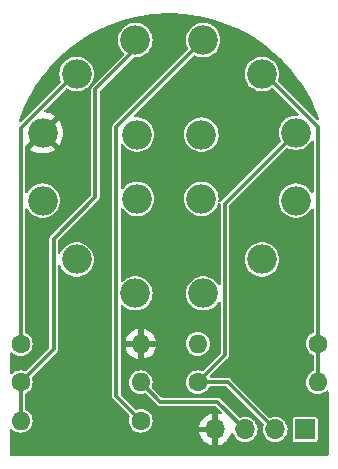
<source format=gtl>
G04 #@! TF.GenerationSoftware,KiCad,Pcbnew,7.0.7-7.0.7~ubuntu22.04.1*
G04 #@! TF.CreationDate,2023-12-10T22:01:07+01:00*
G04 #@! TF.ProjectId,CD40106_VCO,43443430-3130-4365-9f56-434f2e6b6963,rev?*
G04 #@! TF.SameCoordinates,Original*
G04 #@! TF.FileFunction,Copper,L1,Top*
G04 #@! TF.FilePolarity,Positive*
%FSLAX46Y46*%
G04 Gerber Fmt 4.6, Leading zero omitted, Abs format (unit mm)*
G04 Created by KiCad (PCBNEW 7.0.7-7.0.7~ubuntu22.04.1) date 2023-12-10 22:01:07*
%MOMM*%
%LPD*%
G01*
G04 APERTURE LIST*
G04 #@! TA.AperFunction,ComponentPad*
%ADD10C,1.600000*%
G04 #@! TD*
G04 #@! TA.AperFunction,ComponentPad*
%ADD11O,1.600000X1.600000*%
G04 #@! TD*
G04 #@! TA.AperFunction,ComponentPad*
%ADD12O,2.500000X2.500000*%
G04 #@! TD*
G04 #@! TA.AperFunction,ComponentPad*
%ADD13R,1.700000X1.700000*%
G04 #@! TD*
G04 #@! TA.AperFunction,ComponentPad*
%ADD14O,1.700000X1.700000*%
G04 #@! TD*
G04 #@! TA.AperFunction,Conductor*
%ADD15C,0.300000*%
G04 #@! TD*
G04 APERTURE END LIST*
D10*
X104920000Y-105850000D03*
D11*
X115080000Y-105850000D03*
D10*
X130080000Y-102600000D03*
D11*
X119920000Y-102600000D03*
D10*
X119920000Y-105850000D03*
D11*
X130080000Y-105850000D03*
D10*
X115080000Y-109100000D03*
D11*
X104920000Y-109100000D03*
D12*
X106778224Y-84727109D03*
X109651115Y-79751115D03*
X114627109Y-76878224D03*
X120372891Y-76878224D03*
X125348885Y-79751115D03*
X128221776Y-84727109D03*
X128221776Y-90472891D03*
X125348885Y-95448885D03*
X120372891Y-98321776D03*
X114627109Y-98321776D03*
X109651115Y-95448885D03*
X106778224Y-90472891D03*
X114777639Y-84877639D03*
X120222361Y-84877639D03*
X120222361Y-90322361D03*
X114777639Y-90322361D03*
D10*
X104920000Y-102600000D03*
D11*
X115080000Y-102600000D03*
D13*
X129000000Y-109850000D03*
D14*
X126460000Y-109850000D03*
X123920000Y-109850000D03*
X121380000Y-109850000D03*
D15*
X123920000Y-109850000D02*
X121570000Y-107500000D01*
X116730000Y-107500000D02*
X115080000Y-105850000D01*
X109491476Y-79751115D02*
X109651115Y-79751115D01*
X104920000Y-102600000D02*
X104920000Y-84322591D01*
X121570000Y-107500000D02*
X116730000Y-107500000D01*
X104920000Y-84322591D02*
X109491476Y-79751115D01*
X104920000Y-105850000D02*
X104920000Y-109100000D01*
X111251115Y-90148885D02*
X111251115Y-81048885D01*
X114627109Y-77672891D02*
X114627109Y-76878224D01*
X111251115Y-81048885D02*
X114627109Y-77672891D01*
X107700000Y-103070000D02*
X107700000Y-93700000D01*
X104920000Y-105850000D02*
X107700000Y-103070000D01*
X107700000Y-93700000D02*
X111251115Y-90148885D01*
X120372891Y-76878224D02*
X113027109Y-84224006D01*
X113027109Y-84224006D02*
X113027109Y-107047109D01*
X113027109Y-107047109D02*
X115080000Y-109100000D01*
X125601115Y-79751115D02*
X125348885Y-79751115D01*
X130080000Y-84230000D02*
X125601115Y-79751115D01*
X130080000Y-102600000D02*
X130080000Y-84230000D01*
X130080000Y-105850000D02*
X130080000Y-102600000D01*
X122200000Y-103570000D02*
X119920000Y-105850000D01*
X126460000Y-109850000D02*
X122460000Y-105850000D01*
X122200000Y-90748885D02*
X122200000Y-103570000D01*
X122460000Y-105850000D02*
X119920000Y-105850000D01*
X128221776Y-84727109D02*
X122200000Y-90748885D01*
G04 #@! TA.AperFunction,Conductor*
G36*
X117861013Y-74605371D02*
G01*
X118575426Y-74643448D01*
X118578696Y-74643709D01*
X118934400Y-74681734D01*
X119290099Y-74719758D01*
X119293344Y-74720192D01*
X119999704Y-74833998D01*
X120002901Y-74834601D01*
X120702211Y-74985840D01*
X120705334Y-74986602D01*
X121395613Y-75174849D01*
X121398750Y-75175794D01*
X122078000Y-75400502D01*
X122081084Y-75401615D01*
X122747409Y-75662153D01*
X122750426Y-75663427D01*
X123401930Y-75959055D01*
X123404888Y-75960494D01*
X124039737Y-76290379D01*
X124042619Y-76291975D01*
X124659007Y-76655178D01*
X124661793Y-76656922D01*
X125257974Y-77052414D01*
X125260660Y-77054300D01*
X125834968Y-77480976D01*
X125837544Y-77483000D01*
X126388316Y-77939628D01*
X126390765Y-77941770D01*
X126906887Y-78418231D01*
X126916466Y-78427074D01*
X126918828Y-78429374D01*
X127163145Y-78680284D01*
X127417933Y-78941947D01*
X127420163Y-78944363D01*
X127712560Y-79278525D01*
X127891289Y-79482783D01*
X127893385Y-79485310D01*
X128335204Y-80048063D01*
X128337145Y-80050676D01*
X128748378Y-80636136D01*
X128750203Y-80638887D01*
X128909086Y-80892817D01*
X129129681Y-81245379D01*
X129131346Y-81248205D01*
X129478008Y-81874037D01*
X129479530Y-81876966D01*
X129639483Y-82205903D01*
X129792400Y-82520374D01*
X129793756Y-82523363D01*
X130071930Y-83182491D01*
X130073132Y-83185566D01*
X130190341Y-83510583D01*
X130194566Y-83580325D01*
X130160415Y-83641280D01*
X130098731Y-83674095D01*
X130029098Y-83668352D01*
X129986013Y-83640330D01*
X126737804Y-80392122D01*
X126704319Y-80330799D01*
X126709303Y-80261107D01*
X126711913Y-80254667D01*
X126725495Y-80223706D01*
X126784505Y-79990678D01*
X126804356Y-79751115D01*
X126784505Y-79511552D01*
X126725495Y-79278524D01*
X126628934Y-79058387D01*
X126497456Y-78857146D01*
X126334649Y-78680290D01*
X126334644Y-78680286D01*
X126334642Y-78680284D01*
X126144960Y-78532648D01*
X126144954Y-78532644D01*
X125933542Y-78418233D01*
X125933537Y-78418231D01*
X125706185Y-78340181D01*
X125528353Y-78310506D01*
X125469077Y-78300615D01*
X125228693Y-78300615D01*
X125181272Y-78308528D01*
X124991584Y-78340181D01*
X124764232Y-78418231D01*
X124764227Y-78418233D01*
X124552815Y-78532644D01*
X124552809Y-78532648D01*
X124363127Y-78680284D01*
X124363124Y-78680287D01*
X124200315Y-78857144D01*
X124200312Y-78857148D01*
X124068836Y-79058385D01*
X123972274Y-79278525D01*
X123913264Y-79511555D01*
X123893414Y-79751109D01*
X123893414Y-79751120D01*
X123913264Y-79990674D01*
X123972274Y-80223704D01*
X124068836Y-80443844D01*
X124192269Y-80632771D01*
X124200314Y-80645084D01*
X124363121Y-80821940D01*
X124363124Y-80821942D01*
X124363127Y-80821945D01*
X124552809Y-80969581D01*
X124552815Y-80969585D01*
X124552818Y-80969587D01*
X124726284Y-81063462D01*
X124764221Y-81083993D01*
X124764229Y-81083997D01*
X124764232Y-81083998D01*
X124991584Y-81162048D01*
X124991586Y-81162048D01*
X124991588Y-81162049D01*
X125228693Y-81201615D01*
X125228694Y-81201615D01*
X125469076Y-81201615D01*
X125469077Y-81201615D01*
X125706182Y-81162049D01*
X125933541Y-81083997D01*
X126144952Y-80969587D01*
X126159168Y-80958521D01*
X126224161Y-80932879D01*
X126292701Y-80946445D01*
X126323012Y-80968694D01*
X128419247Y-83064928D01*
X128452732Y-83126251D01*
X128447748Y-83195943D01*
X128405876Y-83251876D01*
X128340412Y-83276293D01*
X128331566Y-83276609D01*
X128101584Y-83276609D01*
X128054163Y-83284522D01*
X127864475Y-83316175D01*
X127637123Y-83394225D01*
X127637118Y-83394227D01*
X127425706Y-83508638D01*
X127425700Y-83508642D01*
X127236018Y-83656278D01*
X127236015Y-83656281D01*
X127236012Y-83656283D01*
X127236012Y-83656284D01*
X127224903Y-83668352D01*
X127073206Y-83833138D01*
X127073203Y-83833142D01*
X126941727Y-84034379D01*
X126845165Y-84254519D01*
X126786155Y-84487549D01*
X126766305Y-84727103D01*
X126766305Y-84727114D01*
X126786155Y-84966668D01*
X126845165Y-85199698D01*
X126935635Y-85405950D01*
X126944538Y-85475250D01*
X126914560Y-85538362D01*
X126909760Y-85543441D01*
X121986955Y-90466246D01*
X121967106Y-90482367D01*
X121959331Y-90487447D01*
X121939143Y-90513383D01*
X121934067Y-90519133D01*
X121931634Y-90521566D01*
X121931624Y-90521578D01*
X121918954Y-90539324D01*
X121884808Y-90583195D01*
X121828097Y-90624008D01*
X121758324Y-90627683D01*
X121697641Y-90593052D01*
X121665314Y-90531110D01*
X121663378Y-90496793D01*
X121677832Y-90322366D01*
X121677832Y-90322355D01*
X121657981Y-90082801D01*
X121657981Y-90082798D01*
X121598971Y-89849770D01*
X121502410Y-89629633D01*
X121469277Y-89578920D01*
X121436671Y-89529012D01*
X121370932Y-89428392D01*
X121208125Y-89251536D01*
X121208120Y-89251532D01*
X121208118Y-89251530D01*
X121018436Y-89103894D01*
X121018430Y-89103890D01*
X120807018Y-88989479D01*
X120807013Y-88989477D01*
X120579661Y-88911427D01*
X120401829Y-88881752D01*
X120342553Y-88871861D01*
X120102169Y-88871861D01*
X120054747Y-88879774D01*
X119865060Y-88911427D01*
X119637708Y-88989477D01*
X119637703Y-88989479D01*
X119426291Y-89103890D01*
X119426285Y-89103894D01*
X119236603Y-89251530D01*
X119236600Y-89251533D01*
X119236597Y-89251535D01*
X119236597Y-89251536D01*
X119200655Y-89290578D01*
X119073791Y-89428390D01*
X119073788Y-89428394D01*
X118942312Y-89629631D01*
X118845750Y-89849771D01*
X118786740Y-90082801D01*
X118766890Y-90322355D01*
X118766890Y-90322366D01*
X118786740Y-90561920D01*
X118845750Y-90794950D01*
X118942312Y-91015090D01*
X119050138Y-91180128D01*
X119073790Y-91216330D01*
X119236597Y-91393186D01*
X119236600Y-91393188D01*
X119236603Y-91393191D01*
X119426285Y-91540827D01*
X119426291Y-91540831D01*
X119426294Y-91540833D01*
X119637705Y-91655243D01*
X119637708Y-91655244D01*
X119865060Y-91733294D01*
X119865062Y-91733294D01*
X119865064Y-91733295D01*
X120102169Y-91772861D01*
X120102170Y-91772861D01*
X120342552Y-91772861D01*
X120342553Y-91772861D01*
X120579658Y-91733295D01*
X120807017Y-91655243D01*
X121018428Y-91540833D01*
X121208125Y-91393186D01*
X121370932Y-91216330D01*
X121502410Y-91015089D01*
X121598971Y-90794952D01*
X121605293Y-90769984D01*
X121640829Y-90709830D01*
X121703248Y-90678435D01*
X121772732Y-90685770D01*
X121827219Y-90729506D01*
X121849411Y-90795758D01*
X121849499Y-90800422D01*
X121849499Y-97513396D01*
X121829814Y-97580435D01*
X121777010Y-97626190D01*
X121707852Y-97636134D01*
X121644296Y-97607109D01*
X121621691Y-97581218D01*
X121521463Y-97427809D01*
X121521462Y-97427807D01*
X121358655Y-97250951D01*
X121358650Y-97250947D01*
X121358648Y-97250945D01*
X121168966Y-97103309D01*
X121168960Y-97103305D01*
X120957548Y-96988894D01*
X120957543Y-96988892D01*
X120730191Y-96910842D01*
X120552359Y-96881167D01*
X120493083Y-96871276D01*
X120252699Y-96871276D01*
X120205278Y-96879189D01*
X120015590Y-96910842D01*
X119788238Y-96988892D01*
X119788233Y-96988894D01*
X119576821Y-97103305D01*
X119576815Y-97103309D01*
X119387133Y-97250945D01*
X119387130Y-97250948D01*
X119224321Y-97427805D01*
X119224318Y-97427809D01*
X119092842Y-97629046D01*
X118996280Y-97849186D01*
X118937270Y-98082216D01*
X118917420Y-98321770D01*
X118917420Y-98321781D01*
X118937270Y-98561335D01*
X118996280Y-98794365D01*
X119092842Y-99014505D01*
X119124090Y-99062333D01*
X119224320Y-99215745D01*
X119387127Y-99392601D01*
X119387130Y-99392603D01*
X119387133Y-99392606D01*
X119576815Y-99540242D01*
X119576821Y-99540246D01*
X119576824Y-99540248D01*
X119788235Y-99654658D01*
X119788238Y-99654659D01*
X120015590Y-99732709D01*
X120015592Y-99732709D01*
X120015594Y-99732710D01*
X120252699Y-99772276D01*
X120252700Y-99772276D01*
X120493082Y-99772276D01*
X120493083Y-99772276D01*
X120730188Y-99732710D01*
X120957547Y-99654658D01*
X121168958Y-99540248D01*
X121358655Y-99392601D01*
X121521462Y-99215745D01*
X121621693Y-99062329D01*
X121674837Y-99016977D01*
X121744068Y-99007553D01*
X121807404Y-99037055D01*
X121844735Y-99096115D01*
X121849499Y-99130155D01*
X121849499Y-103373455D01*
X121829814Y-103440494D01*
X121813180Y-103461136D01*
X120394419Y-104879897D01*
X120333096Y-104913382D01*
X120270743Y-104910877D01*
X120116130Y-104863975D01*
X119920000Y-104844659D01*
X119723870Y-104863975D01*
X119535266Y-104921188D01*
X119361467Y-105014086D01*
X119361460Y-105014090D01*
X119209116Y-105139116D01*
X119084090Y-105291460D01*
X119084086Y-105291467D01*
X118991188Y-105465266D01*
X118933975Y-105653870D01*
X118914659Y-105850000D01*
X118933975Y-106046129D01*
X118991188Y-106234733D01*
X119084086Y-106408532D01*
X119084090Y-106408539D01*
X119209116Y-106560883D01*
X119361460Y-106685909D01*
X119361467Y-106685913D01*
X119535266Y-106778811D01*
X119535269Y-106778811D01*
X119535273Y-106778814D01*
X119723868Y-106836024D01*
X119920000Y-106855341D01*
X120116132Y-106836024D01*
X120304727Y-106778814D01*
X120478538Y-106685910D01*
X120630883Y-106560883D01*
X120755910Y-106408538D01*
X120800872Y-106324420D01*
X120832074Y-106266047D01*
X120881036Y-106216203D01*
X120941432Y-106200500D01*
X122263456Y-106200500D01*
X122330495Y-106220185D01*
X122351137Y-106236819D01*
X125449808Y-109335490D01*
X125483293Y-109396813D01*
X125480788Y-109459166D01*
X125424699Y-109644067D01*
X125404417Y-109850000D01*
X125424699Y-110055932D01*
X125437684Y-110098738D01*
X125484768Y-110253954D01*
X125582315Y-110436450D01*
X125582317Y-110436452D01*
X125713589Y-110596410D01*
X125810209Y-110675702D01*
X125873550Y-110727685D01*
X126056046Y-110825232D01*
X126254066Y-110885300D01*
X126254065Y-110885300D01*
X126274348Y-110887297D01*
X126460000Y-110905583D01*
X126665934Y-110885300D01*
X126863954Y-110825232D01*
X127046450Y-110727685D01*
X127056116Y-110719752D01*
X127949500Y-110719752D01*
X127961131Y-110778229D01*
X127961132Y-110778230D01*
X128005447Y-110844552D01*
X128071769Y-110888867D01*
X128071770Y-110888868D01*
X128130247Y-110900499D01*
X128130250Y-110900500D01*
X128130252Y-110900500D01*
X129869750Y-110900500D01*
X129869751Y-110900499D01*
X129884568Y-110897552D01*
X129928229Y-110888868D01*
X129928229Y-110888867D01*
X129928231Y-110888867D01*
X129994552Y-110844552D01*
X130038867Y-110778231D01*
X130038867Y-110778229D01*
X130038868Y-110778229D01*
X130048922Y-110727682D01*
X130050500Y-110719748D01*
X130050500Y-108980252D01*
X130050500Y-108980251D01*
X130050500Y-108980249D01*
X130050499Y-108980247D01*
X130038868Y-108921770D01*
X130038867Y-108921769D01*
X129994552Y-108855447D01*
X129928230Y-108811132D01*
X129928229Y-108811131D01*
X129869752Y-108799500D01*
X129869748Y-108799500D01*
X128130252Y-108799500D01*
X128130247Y-108799500D01*
X128071770Y-108811131D01*
X128071769Y-108811132D01*
X128005447Y-108855447D01*
X127961132Y-108921769D01*
X127961131Y-108921770D01*
X127949500Y-108980247D01*
X127949500Y-110719752D01*
X127056116Y-110719752D01*
X127206410Y-110596410D01*
X127337685Y-110436450D01*
X127435232Y-110253954D01*
X127495300Y-110055934D01*
X127515583Y-109850000D01*
X127495300Y-109644066D01*
X127435232Y-109446046D01*
X127337685Y-109263550D01*
X127262897Y-109172420D01*
X127206410Y-109103589D01*
X127056121Y-108980252D01*
X127046450Y-108972315D01*
X126863954Y-108874768D01*
X126665934Y-108814700D01*
X126665932Y-108814699D01*
X126665934Y-108814699D01*
X126460000Y-108794417D01*
X126254067Y-108814699D01*
X126069166Y-108870788D01*
X125999299Y-108871411D01*
X125945490Y-108839808D01*
X122742637Y-105636955D01*
X122726511Y-105617098D01*
X122721437Y-105609331D01*
X122695487Y-105589133D01*
X122689741Y-105584059D01*
X122687307Y-105581625D01*
X122687306Y-105581624D01*
X122687305Y-105581623D01*
X122680848Y-105577013D01*
X122669561Y-105568955D01*
X122629126Y-105537483D01*
X122629122Y-105537481D01*
X122622648Y-105533977D01*
X122616069Y-105530760D01*
X122566954Y-105516138D01*
X122518486Y-105499498D01*
X122511269Y-105498294D01*
X122503953Y-105497382D01*
X122454725Y-105499419D01*
X122452769Y-105499500D01*
X121065543Y-105499500D01*
X120998504Y-105479815D01*
X120952749Y-105427011D01*
X120942805Y-105357853D01*
X120971830Y-105294297D01*
X120977862Y-105287819D01*
X121327755Y-104937926D01*
X122413043Y-103852636D01*
X122432894Y-103836516D01*
X122440669Y-103831437D01*
X122460864Y-103805488D01*
X122465942Y-103799737D01*
X122468375Y-103797306D01*
X122481038Y-103779569D01*
X122512517Y-103739126D01*
X122512519Y-103739119D01*
X122516017Y-103732655D01*
X122519235Y-103726072D01*
X122519240Y-103726066D01*
X122533861Y-103676954D01*
X122550500Y-103628488D01*
X122550500Y-103628479D01*
X122551706Y-103621256D01*
X122552617Y-103613952D01*
X122550500Y-103562768D01*
X122550500Y-95448890D01*
X123893414Y-95448890D01*
X123913264Y-95688444D01*
X123972274Y-95921474D01*
X124068836Y-96141614D01*
X124200312Y-96342851D01*
X124200314Y-96342854D01*
X124363121Y-96519710D01*
X124363124Y-96519712D01*
X124363127Y-96519715D01*
X124552809Y-96667351D01*
X124552815Y-96667355D01*
X124552818Y-96667357D01*
X124764229Y-96781767D01*
X124764232Y-96781768D01*
X124991584Y-96859818D01*
X124991586Y-96859818D01*
X124991588Y-96859819D01*
X125228693Y-96899385D01*
X125228694Y-96899385D01*
X125469076Y-96899385D01*
X125469077Y-96899385D01*
X125706182Y-96859819D01*
X125933541Y-96781767D01*
X126144952Y-96667357D01*
X126334649Y-96519710D01*
X126497456Y-96342854D01*
X126628934Y-96141613D01*
X126725495Y-95921476D01*
X126784505Y-95688448D01*
X126804356Y-95448885D01*
X126784505Y-95209322D01*
X126725495Y-94976294D01*
X126628934Y-94756157D01*
X126497456Y-94554916D01*
X126334649Y-94378060D01*
X126334644Y-94378056D01*
X126334642Y-94378054D01*
X126144960Y-94230418D01*
X126144954Y-94230414D01*
X125933542Y-94116003D01*
X125933537Y-94116001D01*
X125706185Y-94037951D01*
X125528353Y-94008276D01*
X125469077Y-93998385D01*
X125228693Y-93998385D01*
X125181271Y-94006298D01*
X124991584Y-94037951D01*
X124764232Y-94116001D01*
X124764227Y-94116003D01*
X124552815Y-94230414D01*
X124552809Y-94230418D01*
X124363127Y-94378054D01*
X124363124Y-94378057D01*
X124200315Y-94554914D01*
X124200312Y-94554918D01*
X124068836Y-94756155D01*
X123972274Y-94976295D01*
X123913264Y-95209325D01*
X123893414Y-95448879D01*
X123893414Y-95448890D01*
X122550500Y-95448890D01*
X122550500Y-90945427D01*
X122570185Y-90878388D01*
X122586814Y-90857751D01*
X127407875Y-86036690D01*
X127469196Y-86003207D01*
X127538888Y-86008191D01*
X127554572Y-86015318D01*
X127637118Y-86059990D01*
X127637120Y-86059991D01*
X127637123Y-86059992D01*
X127864475Y-86138042D01*
X127864477Y-86138042D01*
X127864479Y-86138043D01*
X128101584Y-86177609D01*
X128101585Y-86177609D01*
X128341967Y-86177609D01*
X128341968Y-86177609D01*
X128579073Y-86138043D01*
X128806432Y-86059991D01*
X129017843Y-85945581D01*
X129207540Y-85797934D01*
X129370347Y-85621078D01*
X129501691Y-85420041D01*
X129554838Y-85374684D01*
X129624070Y-85365261D01*
X129687405Y-85394763D01*
X129724736Y-85453824D01*
X129729500Y-85487863D01*
X129729500Y-89712136D01*
X129709815Y-89779175D01*
X129657011Y-89824930D01*
X129587853Y-89834874D01*
X129524297Y-89805849D01*
X129501692Y-89779958D01*
X129370348Y-89578924D01*
X129370347Y-89578922D01*
X129207540Y-89402066D01*
X129207535Y-89402062D01*
X129207533Y-89402060D01*
X129017851Y-89254424D01*
X129017845Y-89254420D01*
X128806433Y-89140009D01*
X128806428Y-89140007D01*
X128579076Y-89061957D01*
X128401244Y-89032282D01*
X128341968Y-89022391D01*
X128101584Y-89022391D01*
X128054162Y-89030304D01*
X127864475Y-89061957D01*
X127637123Y-89140007D01*
X127637118Y-89140009D01*
X127425706Y-89254420D01*
X127425700Y-89254424D01*
X127236018Y-89402060D01*
X127236015Y-89402063D01*
X127236012Y-89402065D01*
X127236012Y-89402066D01*
X127209553Y-89430808D01*
X127073206Y-89578920D01*
X127073203Y-89578924D01*
X126941727Y-89780161D01*
X126845165Y-90000301D01*
X126786155Y-90233331D01*
X126766305Y-90472885D01*
X126766305Y-90472896D01*
X126786155Y-90712450D01*
X126845165Y-90945480D01*
X126941727Y-91165620D01*
X126995517Y-91247951D01*
X127073205Y-91366860D01*
X127236012Y-91543716D01*
X127236015Y-91543718D01*
X127236018Y-91543721D01*
X127425700Y-91691357D01*
X127425706Y-91691361D01*
X127425709Y-91691363D01*
X127637120Y-91805773D01*
X127637123Y-91805774D01*
X127864475Y-91883824D01*
X127864477Y-91883824D01*
X127864479Y-91883825D01*
X128101584Y-91923391D01*
X128101585Y-91923391D01*
X128341967Y-91923391D01*
X128341968Y-91923391D01*
X128579073Y-91883825D01*
X128806432Y-91805773D01*
X129017843Y-91691363D01*
X129207540Y-91543716D01*
X129370347Y-91366860D01*
X129501691Y-91165823D01*
X129554838Y-91120466D01*
X129624070Y-91111043D01*
X129687405Y-91140545D01*
X129724736Y-91199606D01*
X129729500Y-91233645D01*
X129729500Y-101578568D01*
X129709815Y-101645607D01*
X129663953Y-101687926D01*
X129521467Y-101764086D01*
X129521460Y-101764090D01*
X129369116Y-101889116D01*
X129244090Y-102041460D01*
X129244086Y-102041467D01*
X129151188Y-102215266D01*
X129093975Y-102403870D01*
X129074659Y-102600000D01*
X129093975Y-102796129D01*
X129151188Y-102984733D01*
X129244086Y-103158532D01*
X129244090Y-103158539D01*
X129369116Y-103310883D01*
X129445361Y-103373455D01*
X129521462Y-103435910D01*
X129663955Y-103512074D01*
X129713797Y-103561035D01*
X129729500Y-103621431D01*
X129729500Y-104828568D01*
X129709815Y-104895607D01*
X129663953Y-104937926D01*
X129521467Y-105014086D01*
X129521460Y-105014090D01*
X129369116Y-105139116D01*
X129244090Y-105291460D01*
X129244086Y-105291467D01*
X129151188Y-105465266D01*
X129093975Y-105653870D01*
X129074659Y-105850000D01*
X129093975Y-106046129D01*
X129151188Y-106234733D01*
X129244086Y-106408532D01*
X129244090Y-106408539D01*
X129369116Y-106560883D01*
X129521460Y-106685909D01*
X129521467Y-106685913D01*
X129695266Y-106778811D01*
X129695269Y-106778811D01*
X129695273Y-106778814D01*
X129883868Y-106836024D01*
X130080000Y-106855341D01*
X130276132Y-106836024D01*
X130464727Y-106778814D01*
X130638538Y-106685910D01*
X130691149Y-106642733D01*
X130795592Y-106557019D01*
X130797119Y-106558879D01*
X130849092Y-106530473D01*
X130918786Y-106535430D01*
X130974736Y-106577279D01*
X130999179Y-106642733D01*
X130999499Y-106651629D01*
X130999500Y-111975500D01*
X130979815Y-112042539D01*
X130927011Y-112088294D01*
X130875500Y-112099500D01*
X104124500Y-112099500D01*
X104057461Y-112079815D01*
X104011706Y-112027011D01*
X104000500Y-111975500D01*
X104000500Y-109901629D01*
X104020185Y-109834590D01*
X104072989Y-109788835D01*
X104142147Y-109778891D01*
X104204225Y-109807241D01*
X104204408Y-109807019D01*
X104205247Y-109807708D01*
X104205703Y-109807916D01*
X104207203Y-109809313D01*
X104361460Y-109935909D01*
X104361467Y-109935913D01*
X104535266Y-110028811D01*
X104535269Y-110028811D01*
X104535273Y-110028814D01*
X104723868Y-110086024D01*
X104920000Y-110105341D01*
X105116132Y-110086024D01*
X105304727Y-110028814D01*
X105338175Y-110010936D01*
X105478532Y-109935913D01*
X105478538Y-109935910D01*
X105630883Y-109810883D01*
X105755910Y-109658538D01*
X105848814Y-109484727D01*
X105906024Y-109296132D01*
X105925341Y-109100000D01*
X105906024Y-108903868D01*
X105848814Y-108715273D01*
X105848811Y-108715269D01*
X105848811Y-108715266D01*
X105755913Y-108541467D01*
X105755909Y-108541460D01*
X105630883Y-108389116D01*
X105478539Y-108264090D01*
X105478532Y-108264086D01*
X105336047Y-108187926D01*
X105286203Y-108138964D01*
X105270500Y-108078568D01*
X105270500Y-107032426D01*
X112672066Y-107032426D01*
X112676132Y-107065046D01*
X112676609Y-107072723D01*
X112676609Y-107076147D01*
X112680196Y-107097650D01*
X112686536Y-107148502D01*
X112688629Y-107155535D01*
X112691017Y-107162490D01*
X112715404Y-107207553D01*
X112737910Y-107253592D01*
X112742174Y-107259564D01*
X112746689Y-107265365D01*
X112784384Y-107300067D01*
X114109897Y-108625580D01*
X114143382Y-108686903D01*
X114140877Y-108749256D01*
X114093975Y-108903869D01*
X114074659Y-109100000D01*
X114093975Y-109296129D01*
X114093976Y-109296132D01*
X114133082Y-109425048D01*
X114151188Y-109484733D01*
X114244086Y-109658532D01*
X114244090Y-109658539D01*
X114369116Y-109810883D01*
X114521460Y-109935909D01*
X114521467Y-109935913D01*
X114695266Y-110028811D01*
X114695269Y-110028811D01*
X114695273Y-110028814D01*
X114883868Y-110086024D01*
X115080000Y-110105341D01*
X115276132Y-110086024D01*
X115464727Y-110028814D01*
X115498175Y-110010936D01*
X115638532Y-109935913D01*
X115638538Y-109935910D01*
X115790883Y-109810883D01*
X115915910Y-109658538D01*
X116008814Y-109484727D01*
X116066024Y-109296132D01*
X116085341Y-109100000D01*
X116066024Y-108903868D01*
X116008814Y-108715273D01*
X116008811Y-108715269D01*
X116008811Y-108715266D01*
X115915913Y-108541467D01*
X115915909Y-108541460D01*
X115790883Y-108389116D01*
X115638539Y-108264090D01*
X115638532Y-108264086D01*
X115464733Y-108171188D01*
X115464727Y-108171186D01*
X115276132Y-108113976D01*
X115276129Y-108113975D01*
X115080000Y-108094659D01*
X114883869Y-108113975D01*
X114729255Y-108160877D01*
X114659388Y-108161500D01*
X114605579Y-108129897D01*
X113413927Y-106938245D01*
X113380442Y-106876922D01*
X113377608Y-106850573D01*
X113377608Y-105850000D01*
X114074659Y-105850000D01*
X114093975Y-106046129D01*
X114151188Y-106234733D01*
X114244086Y-106408532D01*
X114244090Y-106408539D01*
X114369116Y-106560883D01*
X114521460Y-106685909D01*
X114521467Y-106685913D01*
X114695266Y-106778811D01*
X114695269Y-106778811D01*
X114695273Y-106778814D01*
X114883868Y-106836024D01*
X115080000Y-106855341D01*
X115276132Y-106836024D01*
X115430742Y-106789123D01*
X115500610Y-106788499D01*
X115554420Y-106820102D01*
X116447362Y-107713044D01*
X116463489Y-107732902D01*
X116468563Y-107740669D01*
X116468565Y-107740671D01*
X116494505Y-107760860D01*
X116500268Y-107765950D01*
X116502693Y-107768375D01*
X116502695Y-107768377D01*
X116520437Y-107781044D01*
X116560874Y-107812517D01*
X116560878Y-107812518D01*
X116567314Y-107816000D01*
X116567339Y-107816013D01*
X116567371Y-107816030D01*
X116573930Y-107819237D01*
X116573933Y-107819239D01*
X116623037Y-107833858D01*
X116671512Y-107850500D01*
X116671514Y-107850500D01*
X116678754Y-107851708D01*
X116686046Y-107852617D01*
X116737231Y-107850500D01*
X121373456Y-107850500D01*
X121440495Y-107870185D01*
X121461137Y-107886819D01*
X121936171Y-108361853D01*
X121969656Y-108423175D01*
X121964672Y-108492866D01*
X121922801Y-108548800D01*
X121857336Y-108573217D01*
X121816397Y-108569308D01*
X121630000Y-108519363D01*
X121630000Y-109237698D01*
X121610315Y-109304737D01*
X121557511Y-109350492D01*
X121488355Y-109360436D01*
X121415766Y-109350000D01*
X121415763Y-109350000D01*
X121344237Y-109350000D01*
X121344233Y-109350000D01*
X121271645Y-109360436D01*
X121202487Y-109350492D01*
X121149684Y-109304736D01*
X121130000Y-109237698D01*
X121130000Y-108519364D01*
X121129999Y-108519364D01*
X120916513Y-108576567D01*
X120916507Y-108576570D01*
X120702422Y-108676399D01*
X120702420Y-108676400D01*
X120508926Y-108811886D01*
X120508920Y-108811891D01*
X120341891Y-108978920D01*
X120341886Y-108978926D01*
X120206400Y-109172420D01*
X120206399Y-109172422D01*
X120106570Y-109386507D01*
X120106567Y-109386513D01*
X120049364Y-109599999D01*
X120049364Y-109600000D01*
X120766653Y-109600000D01*
X120833692Y-109619685D01*
X120879447Y-109672489D01*
X120889391Y-109741647D01*
X120885631Y-109758933D01*
X120880000Y-109778111D01*
X120880000Y-109921888D01*
X120885631Y-109941067D01*
X120885630Y-110010936D01*
X120847855Y-110069714D01*
X120784299Y-110098738D01*
X120766653Y-110100000D01*
X120049364Y-110100000D01*
X120106567Y-110313486D01*
X120106570Y-110313492D01*
X120206399Y-110527578D01*
X120341894Y-110721082D01*
X120508917Y-110888105D01*
X120702421Y-111023600D01*
X120916507Y-111123429D01*
X120916516Y-111123433D01*
X121130000Y-111180634D01*
X121130000Y-110462301D01*
X121149685Y-110395262D01*
X121202489Y-110349507D01*
X121271647Y-110339563D01*
X121344237Y-110350000D01*
X121344238Y-110350000D01*
X121415762Y-110350000D01*
X121415763Y-110350000D01*
X121488353Y-110339563D01*
X121557512Y-110349507D01*
X121610315Y-110395262D01*
X121630000Y-110462301D01*
X121629999Y-111180633D01*
X121843483Y-111123433D01*
X121843492Y-111123429D01*
X122057578Y-111023600D01*
X122251082Y-110888105D01*
X122418105Y-110721082D01*
X122553600Y-110527578D01*
X122653429Y-110313492D01*
X122653433Y-110313483D01*
X122686158Y-110191350D01*
X122722522Y-110131690D01*
X122785369Y-110101160D01*
X122854745Y-110109454D01*
X122908623Y-110153939D01*
X122924593Y-110187447D01*
X122944768Y-110253954D01*
X123042315Y-110436450D01*
X123042317Y-110436452D01*
X123173589Y-110596410D01*
X123270209Y-110675702D01*
X123333550Y-110727685D01*
X123516046Y-110825232D01*
X123714066Y-110885300D01*
X123714065Y-110885300D01*
X123734347Y-110887297D01*
X123920000Y-110905583D01*
X124125934Y-110885300D01*
X124323954Y-110825232D01*
X124506450Y-110727685D01*
X124666410Y-110596410D01*
X124797685Y-110436450D01*
X124895232Y-110253954D01*
X124955300Y-110055934D01*
X124975583Y-109850000D01*
X124955300Y-109644066D01*
X124895232Y-109446046D01*
X124797685Y-109263550D01*
X124722897Y-109172420D01*
X124666410Y-109103589D01*
X124516121Y-108980252D01*
X124506450Y-108972315D01*
X124323954Y-108874768D01*
X124125934Y-108814700D01*
X124125932Y-108814699D01*
X124125934Y-108814699D01*
X123938463Y-108796235D01*
X123920000Y-108794417D01*
X123919999Y-108794417D01*
X123714067Y-108814699D01*
X123529166Y-108870788D01*
X123459299Y-108871411D01*
X123405490Y-108839808D01*
X121852637Y-107286955D01*
X121836511Y-107267098D01*
X121831437Y-107259331D01*
X121805487Y-107239133D01*
X121799741Y-107234059D01*
X121797307Y-107231625D01*
X121797306Y-107231624D01*
X121797305Y-107231623D01*
X121790848Y-107227013D01*
X121779561Y-107218955D01*
X121739126Y-107187483D01*
X121739122Y-107187481D01*
X121732648Y-107183977D01*
X121726069Y-107180760D01*
X121676954Y-107166138D01*
X121628486Y-107149498D01*
X121621269Y-107148294D01*
X121613953Y-107147382D01*
X121564725Y-107149419D01*
X121562769Y-107149500D01*
X116926544Y-107149500D01*
X116859505Y-107129815D01*
X116838863Y-107113181D01*
X116050102Y-106324420D01*
X116016617Y-106263097D01*
X116019123Y-106200743D01*
X116066023Y-106046134D01*
X116066024Y-106046132D01*
X116085341Y-105850000D01*
X116066024Y-105653868D01*
X116008814Y-105465273D01*
X116008811Y-105465269D01*
X116008811Y-105465266D01*
X115915913Y-105291467D01*
X115915909Y-105291460D01*
X115790883Y-105139116D01*
X115638539Y-105014090D01*
X115638532Y-105014086D01*
X115464733Y-104921188D01*
X115464727Y-104921186D01*
X115276132Y-104863976D01*
X115276129Y-104863975D01*
X115080000Y-104844659D01*
X114883870Y-104863975D01*
X114695266Y-104921188D01*
X114521467Y-105014086D01*
X114521460Y-105014090D01*
X114369116Y-105139116D01*
X114244090Y-105291460D01*
X114244086Y-105291467D01*
X114151188Y-105465266D01*
X114093975Y-105653870D01*
X114074659Y-105850000D01*
X113377608Y-105850000D01*
X113377608Y-102349999D01*
X113801127Y-102349999D01*
X113801128Y-102350000D01*
X114569424Y-102350000D01*
X114636463Y-102369685D01*
X114682218Y-102422489D01*
X114692162Y-102491647D01*
X114691897Y-102493397D01*
X114675014Y-102599996D01*
X114675014Y-102600003D01*
X114691897Y-102706603D01*
X114682942Y-102775896D01*
X114637946Y-102829348D01*
X114571194Y-102849987D01*
X114569424Y-102850000D01*
X113801128Y-102850000D01*
X113853730Y-103046317D01*
X113853734Y-103046326D01*
X113949865Y-103252482D01*
X114080342Y-103438820D01*
X114241179Y-103599657D01*
X114427517Y-103730134D01*
X114633673Y-103826265D01*
X114633682Y-103826269D01*
X114829999Y-103878872D01*
X114830000Y-103878871D01*
X114830000Y-103110575D01*
X114849685Y-103043536D01*
X114902489Y-102997781D01*
X114971647Y-102987837D01*
X114973331Y-102988091D01*
X115005699Y-102993218D01*
X115048515Y-103000000D01*
X115048519Y-103000000D01*
X115111485Y-103000000D01*
X115154300Y-102993218D01*
X115186602Y-102988102D01*
X115255894Y-102997056D01*
X115309347Y-103042052D01*
X115329987Y-103108803D01*
X115330000Y-103110575D01*
X115330000Y-103878872D01*
X115526317Y-103826269D01*
X115526326Y-103826265D01*
X115732482Y-103730134D01*
X115918820Y-103599657D01*
X116079657Y-103438820D01*
X116210134Y-103252482D01*
X116306265Y-103046326D01*
X116306269Y-103046317D01*
X116358872Y-102850000D01*
X115590576Y-102850000D01*
X115523537Y-102830315D01*
X115477782Y-102777511D01*
X115467838Y-102708353D01*
X115468103Y-102706603D01*
X115484986Y-102600003D01*
X115484986Y-102600000D01*
X118914659Y-102600000D01*
X118933975Y-102796129D01*
X118991188Y-102984733D01*
X119084086Y-103158532D01*
X119084090Y-103158539D01*
X119209116Y-103310883D01*
X119361460Y-103435909D01*
X119361467Y-103435913D01*
X119535266Y-103528811D01*
X119535269Y-103528811D01*
X119535273Y-103528814D01*
X119723868Y-103586024D01*
X119920000Y-103605341D01*
X120116132Y-103586024D01*
X120304727Y-103528814D01*
X120478538Y-103435910D01*
X120630883Y-103310883D01*
X120755910Y-103158538D01*
X120839500Y-103002152D01*
X120848811Y-102984733D01*
X120848811Y-102984732D01*
X120848814Y-102984727D01*
X120906024Y-102796132D01*
X120925341Y-102600000D01*
X120906024Y-102403868D01*
X120848814Y-102215273D01*
X120848811Y-102215269D01*
X120848811Y-102215266D01*
X120755913Y-102041467D01*
X120755909Y-102041460D01*
X120630883Y-101889116D01*
X120478539Y-101764090D01*
X120478532Y-101764086D01*
X120304733Y-101671188D01*
X120304727Y-101671186D01*
X120116132Y-101613976D01*
X120116129Y-101613975D01*
X119920000Y-101594659D01*
X119723870Y-101613975D01*
X119535266Y-101671188D01*
X119361467Y-101764086D01*
X119361460Y-101764090D01*
X119209116Y-101889116D01*
X119084090Y-102041460D01*
X119084086Y-102041467D01*
X118991188Y-102215266D01*
X118933975Y-102403870D01*
X118914659Y-102600000D01*
X115484986Y-102600000D01*
X115484986Y-102599996D01*
X115468103Y-102493397D01*
X115477058Y-102424104D01*
X115522054Y-102370652D01*
X115588806Y-102350013D01*
X115590576Y-102350000D01*
X116358872Y-102350000D01*
X116358872Y-102349999D01*
X116306269Y-102153682D01*
X116306265Y-102153673D01*
X116210134Y-101947517D01*
X116079657Y-101761179D01*
X115918820Y-101600342D01*
X115732482Y-101469865D01*
X115526328Y-101373734D01*
X115329999Y-101321127D01*
X115330000Y-102089424D01*
X115310315Y-102156463D01*
X115257511Y-102202218D01*
X115188353Y-102212162D01*
X115186602Y-102211897D01*
X115111486Y-102200000D01*
X115111481Y-102200000D01*
X115048519Y-102200000D01*
X115048514Y-102200000D01*
X114973398Y-102211897D01*
X114904104Y-102202942D01*
X114850652Y-102157946D01*
X114830013Y-102091194D01*
X114830000Y-102089424D01*
X114829999Y-101321127D01*
X114633671Y-101373734D01*
X114427517Y-101469865D01*
X114241179Y-101600342D01*
X114080342Y-101761179D01*
X113949865Y-101947517D01*
X113853734Y-102153673D01*
X113853730Y-102153682D01*
X113801127Y-102349999D01*
X113377608Y-102349999D01*
X113377608Y-99423889D01*
X113397293Y-99356851D01*
X113450097Y-99311096D01*
X113519255Y-99301152D01*
X113582811Y-99330177D01*
X113592838Y-99339908D01*
X113641342Y-99392598D01*
X113641351Y-99392606D01*
X113831033Y-99540242D01*
X113831039Y-99540246D01*
X113831042Y-99540248D01*
X114042453Y-99654658D01*
X114042456Y-99654659D01*
X114269808Y-99732709D01*
X114269810Y-99732709D01*
X114269812Y-99732710D01*
X114506917Y-99772276D01*
X114506918Y-99772276D01*
X114747300Y-99772276D01*
X114747301Y-99772276D01*
X114984406Y-99732710D01*
X115211765Y-99654658D01*
X115423176Y-99540248D01*
X115612873Y-99392601D01*
X115775680Y-99215745D01*
X115907158Y-99014504D01*
X116003719Y-98794367D01*
X116062729Y-98561339D01*
X116082580Y-98321776D01*
X116062729Y-98082213D01*
X116003719Y-97849185D01*
X115907158Y-97629048D01*
X115892824Y-97607109D01*
X115775681Y-97427809D01*
X115775680Y-97427807D01*
X115612873Y-97250951D01*
X115612868Y-97250947D01*
X115612866Y-97250945D01*
X115423184Y-97103309D01*
X115423178Y-97103305D01*
X115211766Y-96988894D01*
X115211761Y-96988892D01*
X114984409Y-96910842D01*
X114806577Y-96881167D01*
X114747301Y-96871276D01*
X114506917Y-96871276D01*
X114459495Y-96879189D01*
X114269808Y-96910842D01*
X114042456Y-96988892D01*
X114042451Y-96988894D01*
X113831039Y-97103305D01*
X113831033Y-97103309D01*
X113641351Y-97250945D01*
X113641341Y-97250954D01*
X113592837Y-97303644D01*
X113532950Y-97339635D01*
X113463112Y-97337534D01*
X113405496Y-97298010D01*
X113378395Y-97233610D01*
X113377608Y-97219661D01*
X113377608Y-94230413D01*
X113377608Y-91247947D01*
X113397293Y-91180912D01*
X113450097Y-91135157D01*
X113519255Y-91125213D01*
X113582811Y-91154238D01*
X113605415Y-91180127D01*
X113629068Y-91216330D01*
X113791875Y-91393186D01*
X113791878Y-91393188D01*
X113791881Y-91393191D01*
X113981563Y-91540827D01*
X113981569Y-91540831D01*
X113981572Y-91540833D01*
X114192983Y-91655243D01*
X114192986Y-91655244D01*
X114420338Y-91733294D01*
X114420340Y-91733294D01*
X114420342Y-91733295D01*
X114657447Y-91772861D01*
X114657448Y-91772861D01*
X114897830Y-91772861D01*
X114897831Y-91772861D01*
X115134936Y-91733295D01*
X115362295Y-91655243D01*
X115573706Y-91540833D01*
X115763403Y-91393186D01*
X115926210Y-91216330D01*
X116057688Y-91015089D01*
X116154249Y-90794952D01*
X116213259Y-90561924D01*
X116228450Y-90378603D01*
X116233110Y-90322366D01*
X116233110Y-90322355D01*
X116213259Y-90082801D01*
X116213259Y-90082798D01*
X116154249Y-89849770D01*
X116057688Y-89629633D01*
X116024555Y-89578920D01*
X115991949Y-89529012D01*
X115926210Y-89428392D01*
X115763403Y-89251536D01*
X115763398Y-89251532D01*
X115763396Y-89251530D01*
X115573714Y-89103894D01*
X115573708Y-89103890D01*
X115362296Y-88989479D01*
X115362291Y-88989477D01*
X115134939Y-88911427D01*
X114957107Y-88881752D01*
X114897831Y-88871861D01*
X114657447Y-88871861D01*
X114610026Y-88879774D01*
X114420338Y-88911427D01*
X114192986Y-88989477D01*
X114192981Y-88989479D01*
X113981569Y-89103890D01*
X113981563Y-89103894D01*
X113791881Y-89251530D01*
X113791878Y-89251533D01*
X113791875Y-89251535D01*
X113791875Y-89251536D01*
X113753078Y-89293679D01*
X113629070Y-89428389D01*
X113605417Y-89464593D01*
X113552270Y-89509949D01*
X113483039Y-89519372D01*
X113419703Y-89489869D01*
X113382372Y-89430808D01*
X113377609Y-89396770D01*
X113377609Y-85803229D01*
X113397294Y-85736190D01*
X113450098Y-85690435D01*
X113519256Y-85680491D01*
X113582812Y-85709516D01*
X113605414Y-85735404D01*
X113629068Y-85771608D01*
X113791875Y-85948464D01*
X113791878Y-85948466D01*
X113791881Y-85948469D01*
X113981563Y-86096105D01*
X113981569Y-86096109D01*
X113981572Y-86096111D01*
X114192983Y-86210521D01*
X114192986Y-86210522D01*
X114420338Y-86288572D01*
X114420340Y-86288572D01*
X114420342Y-86288573D01*
X114657447Y-86328139D01*
X114657448Y-86328139D01*
X114897830Y-86328139D01*
X114897831Y-86328139D01*
X115134936Y-86288573D01*
X115362295Y-86210521D01*
X115573706Y-86096111D01*
X115763403Y-85948464D01*
X115926210Y-85771608D01*
X116057688Y-85570367D01*
X116154249Y-85350230D01*
X116213259Y-85117202D01*
X116223911Y-84988654D01*
X116233110Y-84877644D01*
X118766890Y-84877644D01*
X118786740Y-85117198D01*
X118845750Y-85350228D01*
X118942312Y-85570368D01*
X119050139Y-85735408D01*
X119073790Y-85771608D01*
X119236597Y-85948464D01*
X119236600Y-85948466D01*
X119236603Y-85948469D01*
X119426285Y-86096105D01*
X119426291Y-86096109D01*
X119426294Y-86096111D01*
X119637705Y-86210521D01*
X119637708Y-86210522D01*
X119865060Y-86288572D01*
X119865062Y-86288572D01*
X119865064Y-86288573D01*
X120102169Y-86328139D01*
X120102170Y-86328139D01*
X120342552Y-86328139D01*
X120342553Y-86328139D01*
X120579658Y-86288573D01*
X120807017Y-86210521D01*
X121018428Y-86096111D01*
X121208125Y-85948464D01*
X121370932Y-85771608D01*
X121502410Y-85570367D01*
X121598971Y-85350230D01*
X121657981Y-85117202D01*
X121668633Y-84988654D01*
X121677832Y-84877644D01*
X121677832Y-84877633D01*
X121657981Y-84638079D01*
X121657981Y-84638076D01*
X121598971Y-84405048D01*
X121502410Y-84184911D01*
X121499235Y-84180052D01*
X121376630Y-83992392D01*
X121370932Y-83983670D01*
X121208125Y-83806814D01*
X121208120Y-83806810D01*
X121208118Y-83806808D01*
X121018436Y-83659172D01*
X121018430Y-83659168D01*
X120807018Y-83544757D01*
X120807013Y-83544755D01*
X120579661Y-83466705D01*
X120401829Y-83437030D01*
X120342553Y-83427139D01*
X120102169Y-83427139D01*
X120054747Y-83435052D01*
X119865060Y-83466705D01*
X119637708Y-83544755D01*
X119637703Y-83544757D01*
X119426291Y-83659168D01*
X119426285Y-83659172D01*
X119236603Y-83806808D01*
X119236600Y-83806811D01*
X119236597Y-83806813D01*
X119236597Y-83806814D01*
X119200655Y-83845856D01*
X119073791Y-83983668D01*
X119073788Y-83983672D01*
X118942312Y-84184909D01*
X118845750Y-84405049D01*
X118786740Y-84638079D01*
X118766890Y-84877633D01*
X118766890Y-84877644D01*
X116233110Y-84877644D01*
X116233110Y-84877633D01*
X116213259Y-84638079D01*
X116213259Y-84638076D01*
X116154249Y-84405048D01*
X116057688Y-84184911D01*
X116054513Y-84180052D01*
X115931908Y-83992392D01*
X115926210Y-83983670D01*
X115763403Y-83806814D01*
X115763398Y-83806810D01*
X115763396Y-83806808D01*
X115573714Y-83659172D01*
X115573708Y-83659168D01*
X115362296Y-83544757D01*
X115362291Y-83544755D01*
X115134939Y-83466705D01*
X114957107Y-83437030D01*
X114897831Y-83427139D01*
X114657447Y-83427139D01*
X114657443Y-83427139D01*
X114633786Y-83431086D01*
X114564421Y-83422703D01*
X114510601Y-83378148D01*
X114489411Y-83311569D01*
X114507582Y-83244103D01*
X114525695Y-83221100D01*
X119558990Y-78187805D01*
X119620311Y-78154322D01*
X119690003Y-78159306D01*
X119705687Y-78166433D01*
X119788233Y-78211105D01*
X119788235Y-78211106D01*
X119788238Y-78211107D01*
X120015590Y-78289157D01*
X120015592Y-78289157D01*
X120015594Y-78289158D01*
X120252699Y-78328724D01*
X120252700Y-78328724D01*
X120493082Y-78328724D01*
X120493083Y-78328724D01*
X120730188Y-78289158D01*
X120957547Y-78211106D01*
X121168958Y-78096696D01*
X121358655Y-77949049D01*
X121521462Y-77772193D01*
X121652940Y-77570952D01*
X121749501Y-77350815D01*
X121808511Y-77117787D01*
X121828362Y-76878224D01*
X121815756Y-76726100D01*
X121810024Y-76656922D01*
X121808511Y-76638661D01*
X121749501Y-76405633D01*
X121652940Y-76185496D01*
X121521462Y-75984255D01*
X121358655Y-75807399D01*
X121358650Y-75807395D01*
X121358648Y-75807393D01*
X121168966Y-75659757D01*
X121168960Y-75659753D01*
X120957548Y-75545342D01*
X120957543Y-75545340D01*
X120730191Y-75467290D01*
X120552359Y-75437615D01*
X120493083Y-75427724D01*
X120252699Y-75427724D01*
X120205277Y-75435637D01*
X120015590Y-75467290D01*
X119788238Y-75545340D01*
X119788233Y-75545342D01*
X119576821Y-75659753D01*
X119576815Y-75659757D01*
X119387133Y-75807393D01*
X119387130Y-75807396D01*
X119224321Y-75984253D01*
X119224318Y-75984257D01*
X119092842Y-76185494D01*
X118996280Y-76405634D01*
X118937270Y-76638664D01*
X118917420Y-76878218D01*
X118917420Y-76878229D01*
X118937270Y-77117783D01*
X118996280Y-77350813D01*
X119086750Y-77557065D01*
X119095653Y-77626365D01*
X119065675Y-77689477D01*
X119060875Y-77694556D01*
X112814064Y-83941367D01*
X112794215Y-83957488D01*
X112786440Y-83962568D01*
X112766252Y-83988504D01*
X112761176Y-83994254D01*
X112758743Y-83996687D01*
X112758732Y-83996700D01*
X112746063Y-84014444D01*
X112714592Y-84054878D01*
X112711084Y-84061359D01*
X112707869Y-84067938D01*
X112693247Y-84117051D01*
X112676607Y-84165522D01*
X112675403Y-84172739D01*
X112674491Y-84180052D01*
X112676609Y-84231236D01*
X112676609Y-106997897D01*
X112673970Y-107023341D01*
X112672066Y-107032420D01*
X112672066Y-107032426D01*
X105270500Y-107032426D01*
X105270500Y-106871431D01*
X105290185Y-106804392D01*
X105336044Y-106762074D01*
X105478538Y-106685910D01*
X105630883Y-106560883D01*
X105755910Y-106408538D01*
X105848814Y-106234727D01*
X105906024Y-106046132D01*
X105925341Y-105850000D01*
X105906024Y-105653868D01*
X105859121Y-105499253D01*
X105858498Y-105429389D01*
X105890099Y-105375581D01*
X107913046Y-103352634D01*
X107932902Y-103336511D01*
X107940669Y-103331437D01*
X107960873Y-103305477D01*
X107965941Y-103299739D01*
X107968376Y-103297306D01*
X107974424Y-103288835D01*
X107981048Y-103279558D01*
X108012513Y-103239131D01*
X108012512Y-103239131D01*
X108012517Y-103239126D01*
X108012519Y-103239119D01*
X108015982Y-103232718D01*
X108016021Y-103232640D01*
X108016063Y-103232561D01*
X108019235Y-103226072D01*
X108019240Y-103226066D01*
X108033861Y-103176954D01*
X108050500Y-103128488D01*
X108050500Y-103128479D01*
X108051706Y-103121258D01*
X108052617Y-103113951D01*
X108050500Y-103062758D01*
X108050500Y-96002178D01*
X108070185Y-95935139D01*
X108122989Y-95889384D01*
X108192147Y-95879440D01*
X108255703Y-95908465D01*
X108288054Y-95952366D01*
X108309904Y-96002178D01*
X108371066Y-96141614D01*
X108502542Y-96342851D01*
X108502544Y-96342854D01*
X108665351Y-96519710D01*
X108665354Y-96519712D01*
X108665357Y-96519715D01*
X108855039Y-96667351D01*
X108855045Y-96667355D01*
X108855048Y-96667357D01*
X109066459Y-96781767D01*
X109066462Y-96781768D01*
X109293814Y-96859818D01*
X109293816Y-96859818D01*
X109293818Y-96859819D01*
X109530923Y-96899385D01*
X109530924Y-96899385D01*
X109771306Y-96899385D01*
X109771307Y-96899385D01*
X110008412Y-96859819D01*
X110235771Y-96781767D01*
X110447182Y-96667357D01*
X110636879Y-96519710D01*
X110799686Y-96342854D01*
X110931164Y-96141613D01*
X111027725Y-95921476D01*
X111086735Y-95688448D01*
X111106586Y-95448885D01*
X111086735Y-95209322D01*
X111027725Y-94976294D01*
X110931164Y-94756157D01*
X110799686Y-94554916D01*
X110636879Y-94378060D01*
X110636874Y-94378056D01*
X110636872Y-94378054D01*
X110447190Y-94230418D01*
X110447184Y-94230414D01*
X110235772Y-94116003D01*
X110235767Y-94116001D01*
X110008415Y-94037951D01*
X109830583Y-94008276D01*
X109771307Y-93998385D01*
X109530923Y-93998385D01*
X109483502Y-94006298D01*
X109293814Y-94037951D01*
X109066462Y-94116001D01*
X109066457Y-94116003D01*
X108855045Y-94230414D01*
X108855039Y-94230418D01*
X108665357Y-94378054D01*
X108665354Y-94378057D01*
X108502545Y-94554914D01*
X108502542Y-94554918D01*
X108371066Y-94756155D01*
X108288056Y-94945401D01*
X108243100Y-94998887D01*
X108176364Y-95019577D01*
X108109036Y-95000902D01*
X108062493Y-94948792D01*
X108050500Y-94895591D01*
X108050500Y-93896543D01*
X108070185Y-93829504D01*
X108086819Y-93808862D01*
X108478320Y-93417361D01*
X111464161Y-90431519D01*
X111484017Y-90415396D01*
X111491784Y-90410322D01*
X111511988Y-90384362D01*
X111517056Y-90378624D01*
X111519490Y-90376192D01*
X111532159Y-90358446D01*
X111563632Y-90318011D01*
X111563633Y-90318005D01*
X111567132Y-90311540D01*
X111570350Y-90304957D01*
X111570355Y-90304951D01*
X111584976Y-90255839D01*
X111601615Y-90207373D01*
X111601615Y-90207364D01*
X111602821Y-90200141D01*
X111603732Y-90192837D01*
X111601615Y-90141653D01*
X111601615Y-85709516D01*
X111601614Y-81245427D01*
X111621299Y-81178389D01*
X111637928Y-81157752D01*
X114430638Y-78365042D01*
X114491961Y-78331558D01*
X114518319Y-78328724D01*
X114747300Y-78328724D01*
X114747301Y-78328724D01*
X114984406Y-78289158D01*
X115211765Y-78211106D01*
X115423176Y-78096696D01*
X115612873Y-77949049D01*
X115775680Y-77772193D01*
X115907158Y-77570952D01*
X116003719Y-77350815D01*
X116062729Y-77117787D01*
X116082580Y-76878224D01*
X116069974Y-76726100D01*
X116064242Y-76656922D01*
X116062729Y-76638661D01*
X116003719Y-76405633D01*
X115907158Y-76185496D01*
X115775680Y-75984255D01*
X115612873Y-75807399D01*
X115612868Y-75807395D01*
X115612866Y-75807393D01*
X115423184Y-75659757D01*
X115423178Y-75659753D01*
X115211766Y-75545342D01*
X115211761Y-75545340D01*
X114984409Y-75467290D01*
X114806577Y-75437615D01*
X114747301Y-75427724D01*
X114506917Y-75427724D01*
X114459496Y-75435637D01*
X114269808Y-75467290D01*
X114042456Y-75545340D01*
X114042451Y-75545342D01*
X113831039Y-75659753D01*
X113831033Y-75659757D01*
X113641351Y-75807393D01*
X113641348Y-75807396D01*
X113478539Y-75984253D01*
X113478536Y-75984257D01*
X113347060Y-76185494D01*
X113250498Y-76405634D01*
X113191488Y-76638664D01*
X113171638Y-76878218D01*
X113171638Y-76878229D01*
X113191488Y-77117783D01*
X113250498Y-77350813D01*
X113347060Y-77570953D01*
X113427815Y-77694556D01*
X113478538Y-77772193D01*
X113641345Y-77949049D01*
X113650828Y-77956430D01*
X113691643Y-78013137D01*
X113695320Y-78082910D01*
X113662350Y-78141966D01*
X111038070Y-80766246D01*
X111018221Y-80782367D01*
X111010446Y-80787447D01*
X110990258Y-80813383D01*
X110985182Y-80819133D01*
X110982749Y-80821566D01*
X110982738Y-80821579D01*
X110970069Y-80839323D01*
X110938598Y-80879757D01*
X110935090Y-80886238D01*
X110931875Y-80892817D01*
X110917253Y-80941930D01*
X110900613Y-80990401D01*
X110899409Y-80997618D01*
X110898497Y-81004931D01*
X110900615Y-81056115D01*
X110900615Y-89952340D01*
X110880930Y-90019379D01*
X110864296Y-90040021D01*
X107486955Y-93417361D01*
X107467106Y-93433482D01*
X107459331Y-93438562D01*
X107439143Y-93464498D01*
X107434067Y-93470248D01*
X107431634Y-93472681D01*
X107431623Y-93472694D01*
X107418954Y-93490438D01*
X107387483Y-93530872D01*
X107383975Y-93537353D01*
X107380760Y-93543932D01*
X107366138Y-93593045D01*
X107349498Y-93641516D01*
X107348294Y-93648733D01*
X107347382Y-93656046D01*
X107349500Y-93707230D01*
X107349500Y-102873455D01*
X107329815Y-102940494D01*
X107313181Y-102961136D01*
X105394419Y-104879897D01*
X105333096Y-104913382D01*
X105270743Y-104910877D01*
X105116130Y-104863975D01*
X104920000Y-104844659D01*
X104723870Y-104863975D01*
X104535266Y-104921188D01*
X104361467Y-105014086D01*
X104361460Y-105014090D01*
X104204408Y-105142981D01*
X104202886Y-105141127D01*
X104150858Y-105169537D01*
X104081166Y-105164553D01*
X104025233Y-105122681D01*
X104000816Y-105057217D01*
X104000500Y-105048371D01*
X104000500Y-103401629D01*
X104020185Y-103334590D01*
X104072989Y-103288835D01*
X104142147Y-103278891D01*
X104204225Y-103307241D01*
X104204408Y-103307019D01*
X104205247Y-103307708D01*
X104205703Y-103307916D01*
X104207203Y-103309313D01*
X104361460Y-103435909D01*
X104361467Y-103435913D01*
X104535266Y-103528811D01*
X104535269Y-103528811D01*
X104535273Y-103528814D01*
X104723868Y-103586024D01*
X104920000Y-103605341D01*
X105116132Y-103586024D01*
X105304727Y-103528814D01*
X105478538Y-103435910D01*
X105630883Y-103310883D01*
X105755910Y-103158538D01*
X105839500Y-103002152D01*
X105848811Y-102984733D01*
X105848811Y-102984732D01*
X105848814Y-102984727D01*
X105906024Y-102796132D01*
X105925341Y-102600000D01*
X105906024Y-102403868D01*
X105848814Y-102215273D01*
X105848811Y-102215269D01*
X105848811Y-102215266D01*
X105755913Y-102041467D01*
X105755909Y-102041460D01*
X105630883Y-101889116D01*
X105478539Y-101764090D01*
X105478532Y-101764086D01*
X105336047Y-101687926D01*
X105286203Y-101638964D01*
X105270500Y-101578568D01*
X105270500Y-91233645D01*
X105290185Y-91166606D01*
X105342989Y-91120851D01*
X105412147Y-91110907D01*
X105475703Y-91139932D01*
X105498308Y-91165823D01*
X105629653Y-91366860D01*
X105792460Y-91543716D01*
X105792463Y-91543718D01*
X105792466Y-91543721D01*
X105982148Y-91691357D01*
X105982154Y-91691361D01*
X105982157Y-91691363D01*
X106193568Y-91805773D01*
X106193571Y-91805774D01*
X106420923Y-91883824D01*
X106420925Y-91883824D01*
X106420927Y-91883825D01*
X106658032Y-91923391D01*
X106658033Y-91923391D01*
X106898415Y-91923391D01*
X106898416Y-91923391D01*
X107135521Y-91883825D01*
X107362880Y-91805773D01*
X107574291Y-91691363D01*
X107763988Y-91543716D01*
X107926795Y-91366860D01*
X108058273Y-91165619D01*
X108154834Y-90945482D01*
X108213844Y-90712454D01*
X108224840Y-90579759D01*
X108233695Y-90472896D01*
X108233695Y-90472885D01*
X108220325Y-90311540D01*
X108213844Y-90233328D01*
X108154834Y-90000300D01*
X108058273Y-89780163D01*
X108036067Y-89746175D01*
X107926796Y-89578924D01*
X107926795Y-89578922D01*
X107763988Y-89402066D01*
X107763983Y-89402062D01*
X107763981Y-89402060D01*
X107574299Y-89254424D01*
X107574293Y-89254420D01*
X107362881Y-89140009D01*
X107362876Y-89140007D01*
X107135524Y-89061957D01*
X106957692Y-89032282D01*
X106898416Y-89022391D01*
X106658032Y-89022391D01*
X106610610Y-89030304D01*
X106420923Y-89061957D01*
X106193571Y-89140007D01*
X106193566Y-89140009D01*
X105982154Y-89254420D01*
X105982148Y-89254424D01*
X105792466Y-89402060D01*
X105792463Y-89402063D01*
X105792460Y-89402065D01*
X105792460Y-89402066D01*
X105766001Y-89430808D01*
X105629654Y-89578920D01*
X105629651Y-89578924D01*
X105498308Y-89779958D01*
X105445162Y-89825315D01*
X105375930Y-89834738D01*
X105312595Y-89805235D01*
X105275263Y-89746175D01*
X105270500Y-89712136D01*
X105270500Y-85900908D01*
X105290185Y-85833869D01*
X105342989Y-85788114D01*
X105368461Y-85783316D01*
X105989891Y-85161887D01*
X106051214Y-85128402D01*
X106120906Y-85133386D01*
X106176839Y-85175258D01*
X106177035Y-85175520D01*
X106228980Y-85245294D01*
X106334447Y-85333792D01*
X106373149Y-85391963D01*
X106374257Y-85461824D01*
X106342422Y-85516462D01*
X105729055Y-86129829D01*
X105900770Y-86246902D01*
X105900774Y-86246904D01*
X106137078Y-86360703D01*
X106137082Y-86360704D01*
X106387718Y-86438016D01*
X106387724Y-86438018D01*
X106647072Y-86477108D01*
X106647081Y-86477109D01*
X106909367Y-86477109D01*
X106909375Y-86477108D01*
X107168723Y-86438018D01*
X107168729Y-86438016D01*
X107419367Y-86360704D01*
X107655669Y-86246907D01*
X107655680Y-86246900D01*
X107827391Y-86129829D01*
X107214099Y-85516537D01*
X107180614Y-85455214D01*
X107185598Y-85385522D01*
X107227470Y-85329589D01*
X107233622Y-85325268D01*
X107263597Y-85305554D01*
X107383912Y-85178027D01*
X107383911Y-85178027D01*
X107388869Y-85172773D01*
X107390066Y-85173902D01*
X107438853Y-85137161D01*
X107508530Y-85131975D01*
X107569950Y-85165282D01*
X108180348Y-85775680D01*
X108228198Y-85715679D01*
X108359340Y-85488535D01*
X108455165Y-85244379D01*
X108513530Y-84988659D01*
X108513531Y-84988654D01*
X108533131Y-84727113D01*
X108533131Y-84727104D01*
X108513531Y-84465563D01*
X108513530Y-84465558D01*
X108455165Y-84209838D01*
X108359340Y-83965682D01*
X108359341Y-83965682D01*
X108228195Y-83738535D01*
X108180349Y-83678536D01*
X108180348Y-83678536D01*
X107566555Y-84292329D01*
X107505232Y-84325814D01*
X107435540Y-84320830D01*
X107379607Y-84278958D01*
X107379515Y-84278835D01*
X107327468Y-84208924D01*
X107221997Y-84120422D01*
X107183296Y-84062253D01*
X107182188Y-83992392D01*
X107214023Y-83937754D01*
X107827391Y-83324387D01*
X107655671Y-83207311D01*
X107655669Y-83207310D01*
X107419366Y-83093513D01*
X107419368Y-83093513D01*
X107168729Y-83016201D01*
X107168723Y-83016199D01*
X107023463Y-82994305D01*
X106960106Y-82964848D01*
X106922732Y-82905815D01*
X106923207Y-82835947D01*
X106954262Y-82784010D01*
X108733631Y-81004640D01*
X108794952Y-80971157D01*
X108864644Y-80976141D01*
X108880327Y-80983268D01*
X109014938Y-81056115D01*
X109066459Y-81083997D01*
X109066462Y-81083998D01*
X109293814Y-81162048D01*
X109293816Y-81162048D01*
X109293818Y-81162049D01*
X109530923Y-81201615D01*
X109530924Y-81201615D01*
X109771306Y-81201615D01*
X109771307Y-81201615D01*
X110008412Y-81162049D01*
X110235771Y-81083997D01*
X110447182Y-80969587D01*
X110448330Y-80968694D01*
X110510883Y-80920006D01*
X110636879Y-80821940D01*
X110799686Y-80645084D01*
X110931164Y-80443843D01*
X111027725Y-80223706D01*
X111086735Y-79990678D01*
X111106586Y-79751115D01*
X111086735Y-79511552D01*
X111027725Y-79278524D01*
X110931164Y-79058387D01*
X110799686Y-78857146D01*
X110636879Y-78680290D01*
X110636874Y-78680286D01*
X110636872Y-78680284D01*
X110447190Y-78532648D01*
X110447184Y-78532644D01*
X110235772Y-78418233D01*
X110235767Y-78418231D01*
X110008415Y-78340181D01*
X109830583Y-78310506D01*
X109771307Y-78300615D01*
X109530923Y-78300615D01*
X109483501Y-78308528D01*
X109293814Y-78340181D01*
X109066462Y-78418231D01*
X109066457Y-78418233D01*
X108855045Y-78532644D01*
X108855039Y-78532648D01*
X108665357Y-78680284D01*
X108665354Y-78680287D01*
X108502545Y-78857144D01*
X108502542Y-78857148D01*
X108371066Y-79058385D01*
X108274504Y-79278525D01*
X108215494Y-79511555D01*
X108195644Y-79751109D01*
X108195644Y-79751120D01*
X108215494Y-79990674D01*
X108274504Y-80223704D01*
X108274506Y-80223708D01*
X108316300Y-80318992D01*
X108325203Y-80388292D01*
X108295225Y-80451404D01*
X108290425Y-80456482D01*
X104961762Y-83785145D01*
X104900439Y-83818630D01*
X104830747Y-83813646D01*
X104774814Y-83771774D01*
X104750397Y-83706310D01*
X104757433Y-83655402D01*
X104926875Y-83185542D01*
X104928059Y-83182515D01*
X105206258Y-82523328D01*
X105207584Y-82520404D01*
X105520474Y-81876954D01*
X105521991Y-81874037D01*
X105868668Y-81248179D01*
X105870301Y-81245407D01*
X106249798Y-80638883D01*
X106251621Y-80636136D01*
X106443798Y-80362538D01*
X106662870Y-80050654D01*
X106664776Y-80048087D01*
X107106632Y-79485288D01*
X107108691Y-79482805D01*
X107579854Y-78944342D01*
X107582048Y-78941965D01*
X108081189Y-78429355D01*
X108083513Y-78427092D01*
X108609252Y-77941754D01*
X108611664Y-77939644D01*
X109162472Y-77482986D01*
X109165013Y-77480990D01*
X109739356Y-77054287D01*
X109742012Y-77052423D01*
X110338218Y-76656914D01*
X110340975Y-76655188D01*
X110957396Y-76291966D01*
X110960249Y-76290385D01*
X111595115Y-75960491D01*
X111598054Y-75959062D01*
X112249586Y-75663421D01*
X112252577Y-75662158D01*
X112918923Y-75401612D01*
X112921987Y-75400506D01*
X113601259Y-75175791D01*
X113604376Y-75174851D01*
X114294673Y-74986600D01*
X114297779Y-74985842D01*
X114997105Y-74834599D01*
X115000288Y-74833999D01*
X115706660Y-74720191D01*
X115709900Y-74719758D01*
X115791429Y-74711042D01*
X116421306Y-74643709D01*
X116424570Y-74643448D01*
X117138986Y-74605371D01*
X117142283Y-74605284D01*
X117857717Y-74605284D01*
X117861013Y-74605371D01*
G37*
G04 #@! TD.AperFunction*
M02*

</source>
